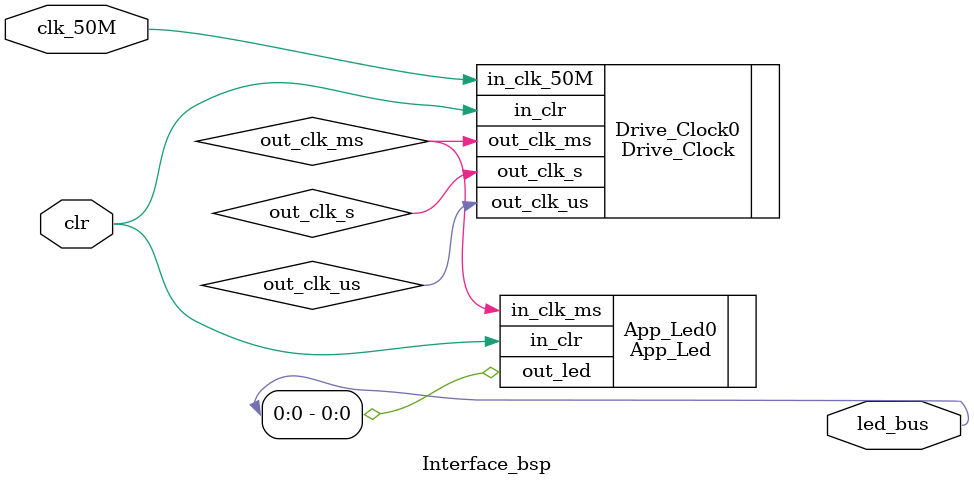
<source format=v>
 /*******************************(C) COPYRIGHT 2017 Wind（谢玉伸）*********************************/
/**============================================================================
* @FileName    : Interface_bsp.v
* @Description : 顶层接口
* @Date        : 2017/4/16
* @By          : Wind（谢玉伸）
* @Email       : 1659567673@ qq.com
* @Platform    : Quartus II 15.0 (64-bit) (EP4CE22E22C8)
* @Explain     : 接口的终端
*=============================================================================*/   
/* 顶层接口模块 ----------------------*/
module Interface_bsp
( 
	/* Drive_Clock -------------------*/
	input clk_50M 
	,input clr
	
	/* Drive_Led ---------------------*/
	,output [3:0]led_bus
	
);   

/* Drive_Clock ----------------------*/
wire out_clk_us;  
wire out_clk_ms;  
wire out_clk_s; 	

Drive_Clock Drive_Clock0
(  
	.in_clk_50M(clk_50M)
	,.in_clr(clr)
	
	,.out_clk_us(out_clk_us)
	,.out_clk_ms(out_clk_ms) 
	,.out_clk_s(out_clk_s) 
	 
);

 
 
/* Drive_Clock ------------------------*/ 
App_Led App_Led0
(    
	.in_clr(clr) 
	,.in_clk_ms(out_clk_ms) 
	
	,.out_led(led_bus[0])  
	
);

 
 
endmodule
/*******************************(C) COPYRIGHT 2017 Wind（谢玉伸）*********************************/





  
  
  
  
  
 
  
  
</source>
